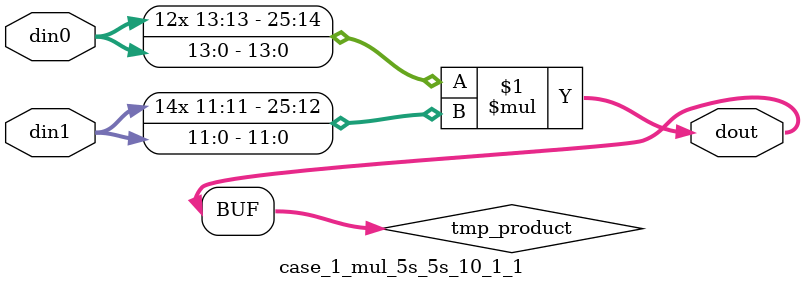
<source format=v>

`timescale 1 ns / 1 ps

 (* use_dsp = "no" *)  module case_1_mul_5s_5s_10_1_1(din0, din1, dout);
parameter ID = 1;
parameter NUM_STAGE = 0;
parameter din0_WIDTH = 14;
parameter din1_WIDTH = 12;
parameter dout_WIDTH = 26;

input [din0_WIDTH - 1 : 0] din0; 
input [din1_WIDTH - 1 : 0] din1; 
output [dout_WIDTH - 1 : 0] dout;

wire signed [dout_WIDTH - 1 : 0] tmp_product;



























assign tmp_product = $signed(din0) * $signed(din1);








assign dout = tmp_product;





















endmodule

</source>
